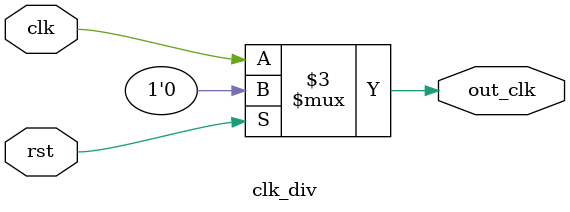
<source format=v>
module clk_div ( clk ,rst,out_clk );
	output reg out_clk;
	input clk ;
	input rst;
	always @(clk)
	begin
	if (rst)
		  out_clk <= 1'b0;
	else
		  out_clk <= clk;	
	end
endmodule
</source>
